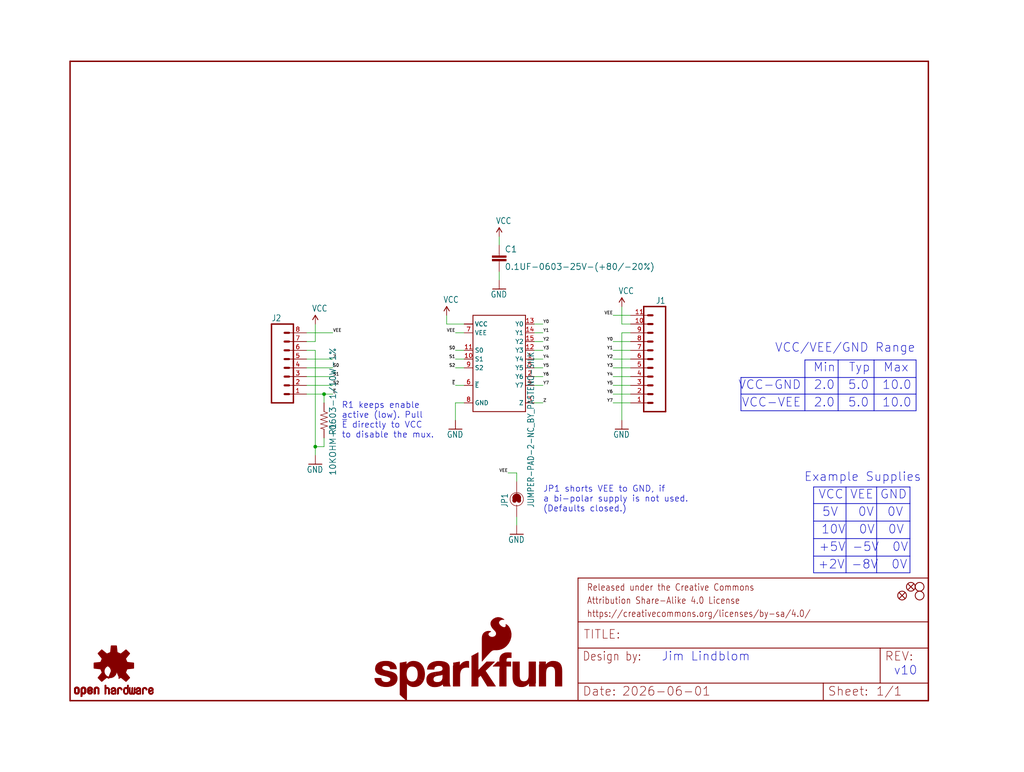
<source format=kicad_sch>
(kicad_sch (version 20230121) (generator eeschema)
  (paper "User" 297.002 223.926)
  (lib_symbols
    (symbol "working-eagle-import:0.1UF-0603-25V-(+80/-20%)"
      (property "Reference" "C" (at 1.524 2.921 0))
      (symbol "0.1UF-0603-25V-(+80/-20%)_1_0"
        (pin passive line (at 0 5.08 270) (length 2.54) (name "1") (number "1"))
        (pin passive line (at 0 -2.54 90) (length 2.54) (name "2") (number "2"))
      )
    )
    (symbol "working-eagle-import:10KOHM-0603-1/10W-1%"
      (property "Reference" "R" (at 0 1.524 0))
      (symbol "10KOHM-0603-1/10W-1%_1_0"
        (pin passive line (at -5.08 0 0) (length 2.54) (name "1") (number "1"))
        (pin passive line (at 5.08 0 180) (length 2.54) (name "2") (number "2"))
      )
    )
    (symbol "working-eagle-import:744051BQ"
      (symbol "744051BQ_1_0"
        (pin bidirectional line (at 10.16 2.54 180) (length 2.54) (name "Y4") (number "1"))
        (pin bidirectional line (at -10.16 2.54 0) (length 2.54) (name "S1") (number "10"))
        (pin bidirectional line (at -10.16 5.08 0) (length 2.54) (name "S0") (number "11"))
        (pin bidirectional line (at 10.16 5.08 180) (length 2.54) (name "Y3") (number "12"))
        (pin bidirectional line (at 10.16 12.7 180) (length 2.54) (name "Y0") (number "13"))
        (pin bidirectional line (at 10.16 10.16 180) (length 2.54) (name "Y1") (number "14"))
        (pin bidirectional line (at 10.16 7.62 180) (length 2.54) (name "Y2") (number "15"))
        (pin bidirectional line (at -10.16 12.7 0) (length 2.54) (name "VCC") (number "16"))
        (pin bidirectional line (at 10.16 -2.54 180) (length 2.54) (name "Y6") (number "2"))
        (pin bidirectional line (at 10.16 -10.16 180) (length 2.54) (name "Z") (number "3"))
        (pin bidirectional line (at 10.16 -5.08 180) (length 2.54) (name "Y7") (number "4"))
        (pin bidirectional line (at 10.16 0 180) (length 2.54) (name "Y5") (number "5"))
        (pin bidirectional line (at -10.16 -5.08 0) (length 2.54) (name "~{E}") (number "6"))
        (pin bidirectional line (at -10.16 10.16 0) (length 2.54) (name "VEE") (number "7"))
        (pin bidirectional line (at -10.16 -10.16 0) (length 2.54) (name "GND") (number "8"))
        (pin bidirectional line (at -10.16 0 0) (length 2.54) (name "S2") (number "9"))
        (pin bidirectional line (at -10.16 12.7 0) (length 2.54) (name "VCC") (number "EP"))
      )
    )
    (symbol "working-eagle-import:FIDUCIAL1X2")
    (symbol "working-eagle-import:FRAME-LETTER"
      (symbol "FRAME-LETTER_2_0"
        (text "${#}/${##}" (at 86.36 1.27 0) (effects (font (size 2.54 2.54)) (justify left bottom)))
        (text "${CURRENT_DATE}" (at 12.7 1.27 0) (effects (font (size 2.54 2.54)) (justify left bottom)))
        (text "${PROJECTNAME}" (at 15.494 17.78 0) (effects (font (size 2.7432 2.7432)) (justify left bottom)))
        (text "Attribution Share-Alike 4.0 License" (at 2.54 27.94 0) (effects (font (size 1.9304 1.6408)) (justify left bottom)))
        (text "Date:" (at 1.27 1.27 0) (effects (font (size 2.54 2.54)) (justify left bottom)))
        (text "Design by:" (at 1.27 11.43 0) (effects (font (size 2.54 2.159)) (justify left bottom)))
        (text "https://creativecommons.org/licenses/by-sa/4.0/" (at 2.54 24.13 0) (effects (font (size 1.9304 1.6408)) (justify left bottom)))
        (text "Released under the Creative Commons" (at 2.54 31.75 0) (effects (font (size 1.9304 1.6408)) (justify left bottom)))
        (text "REV:" (at 88.9 11.43 0) (effects (font (size 2.54 2.54)) (justify left bottom)))
        (text "Sheet:" (at 72.39 1.27 0) (effects (font (size 2.54 2.54)) (justify left bottom)))
        (text "TITLE:" (at 1.524 17.78 0) (effects (font (size 2.54 2.54)) (justify left bottom)))
      )
    )
    (symbol "working-eagle-import:GND" (power)
      (property "Value" "GND" (at -2.54 -2.54 0))
      (symbol "GND_1_0"
        (pin power_in line (at 0 2.54 270) (length 2.54) (name "GND") (number "1"))
      )
    )
    (symbol "working-eagle-import:JUMPER-PAD-2-NC_BY_PASTENO-SILK"
      (property "Reference" "JP" (at -2.54 2.54 0))
      (symbol "JUMPER-PAD-2-NC_BY_PASTENO-SILK_1_0"
        (pin passive line (at -5.08 0 0) (length 2.54) (name "1") (number "1"))
        (pin passive line (at 5.08 0 180) (length 2.54) (name "2") (number "2"))
      )
    )
    (symbol "working-eagle-import:M08"
      (property "Reference" "J" (at -5.08 13.462 0))
      (symbol "M08_1_0"
        (pin passive line (at 5.08 -7.62 180) (length 5.08) (name "1") (number "1"))
        (pin passive line (at 5.08 -5.08 180) (length 5.08) (name "2") (number "2"))
        (pin passive line (at 5.08 -2.54 180) (length 5.08) (name "3") (number "3"))
        (pin passive line (at 5.08 0 180) (length 5.08) (name "4") (number "4"))
        (pin passive line (at 5.08 2.54 180) (length 5.08) (name "5") (number "5"))
        (pin passive line (at 5.08 5.08 180) (length 5.08) (name "6") (number "6"))
        (pin passive line (at 5.08 7.62 180) (length 5.08) (name "7") (number "7"))
        (pin passive line (at 5.08 10.16 180) (length 5.08) (name "8") (number "8"))
      )
    )
    (symbol "working-eagle-import:M11PTH"
      (property "Reference" "J" (at 0 16.002 0))
      (symbol "M11PTH_1_0"
        (pin passive line (at 10.16 -12.7 180) (length 5.08) (name "1") (number "1"))
        (pin passive line (at 10.16 10.16 180) (length 5.08) (name "10") (number "10"))
        (pin passive line (at 10.16 12.7 180) (length 5.08) (name "11") (number "11"))
        (pin passive line (at 10.16 -10.16 180) (length 5.08) (name "2") (number "2"))
        (pin passive line (at 10.16 -7.62 180) (length 5.08) (name "3") (number "3"))
        (pin passive line (at 10.16 -5.08 180) (length 5.08) (name "4") (number "4"))
        (pin passive line (at 10.16 -2.54 180) (length 5.08) (name "5") (number "5"))
        (pin passive line (at 10.16 0 180) (length 5.08) (name "6") (number "6"))
        (pin passive line (at 10.16 2.54 180) (length 5.08) (name "7") (number "7"))
        (pin passive line (at 10.16 5.08 180) (length 5.08) (name "8") (number "8"))
        (pin passive line (at 10.16 7.62 180) (length 5.08) (name "9") (number "9"))
      )
    )
    (symbol "working-eagle-import:OSHW-LOGOMINI")
    (symbol "working-eagle-import:SFE_LOGO_FLAME.1_INCH")
    (symbol "working-eagle-import:SFE_LOGO_NAME.1_INCH")
    (symbol "working-eagle-import:STAND-OFF")
    (symbol "working-eagle-import:VCC" (power)
      (property "Value" "VCC" (at -1.016 3.556 0))
      (symbol "VCC_1_0"
        (pin power_in line (at 0 0 90) (length 2.54) (name "VCC") (number "1"))
      )
    )
  )
  (junction (at 91.44 129.54))
  (junction (at 93.98 114.3))
  (polyline (pts (xy 243.078 104.394) (xy 253.492 104.394)) (stroke (width 0.2032) (type solid)))
  (wire (pts (xy 134.62 104.14) (xy 132.08 104.14)) (stroke (width 0.1524)))
  (polyline (pts (xy 233.426 109.474) (xy 233.426 119.126)) (stroke (width 0.2032) (type solid)))
  (polyline (pts (xy 243.078 104.394) (xy 243.078 119.126)) (stroke (width 0.2032) (type solid)))
  (polyline (pts (xy 214.884 114.3) (xy 214.884 109.474)) (stroke (width 0.2032) (type solid)))
  (wire (pts (xy 88.9 114.3) (xy 93.98 114.3)) (stroke (width 0.1524)))
  (wire (pts (xy 180.34 121.92) (xy 180.34 96.52)) (stroke (width 0.1524)))
  (wire (pts (xy 91.44 129.54) (xy 91.44 132.08)) (stroke (width 0.1524)))
  (polyline (pts (xy 245.364 166.116) (xy 235.966 166.116)) (stroke (width 0.2032) (type solid)))
  (polyline (pts (xy 254.254 166.116) (xy 245.364 166.116)) (stroke (width 0.2032) (type solid)))
  (wire (pts (xy 91.44 101.6) (xy 91.44 129.54)) (stroke (width 0.1524)))
  (polyline (pts (xy 214.884 114.3) (xy 265.684 114.3)) (stroke (width 0.2032) (type solid)))
  (wire (pts (xy 88.9 109.22) (xy 96.52 109.22)) (stroke (width 0.1524)))
  (wire (pts (xy 182.88 104.14) (xy 177.8 104.14)) (stroke (width 0.1524)))
  (wire (pts (xy 154.94 111.76) (xy 157.48 111.76)) (stroke (width 0.1524)))
  (polyline (pts (xy 265.684 119.126) (xy 253.492 119.126)) (stroke (width 0.2032) (type solid)))
  (polyline (pts (xy 235.966 146.05) (xy 263.906 146.05)) (stroke (width 0.2032) (type solid)))
  (wire (pts (xy 149.86 137.16) (xy 147.32 137.16)) (stroke (width 0.1524)))
  (polyline (pts (xy 254.254 141.224) (xy 254.254 166.116)) (stroke (width 0.2032) (type solid)))
  (polyline (pts (xy 235.966 156.21) (xy 235.966 151.13)) (stroke (width 0.2032) (type solid)))
  (wire (pts (xy 134.62 106.68) (xy 132.08 106.68)) (stroke (width 0.1524)))
  (polyline (pts (xy 214.884 119.126) (xy 214.884 114.3)) (stroke (width 0.2032) (type solid)))
  (polyline (pts (xy 235.966 151.13) (xy 235.966 146.05)) (stroke (width 0.2032) (type solid)))
  (wire (pts (xy 91.44 129.54) (xy 93.98 129.54)) (stroke (width 0.1524)))
  (polyline (pts (xy 263.906 166.116) (xy 254.254 166.116)) (stroke (width 0.2032) (type solid)))
  (wire (pts (xy 154.94 104.14) (xy 157.48 104.14)) (stroke (width 0.1524)))
  (polyline (pts (xy 263.906 151.13) (xy 263.906 146.05)) (stroke (width 0.2032) (type solid)))
  (polyline (pts (xy 233.426 109.474) (xy 233.426 104.394)) (stroke (width 0.2032) (type solid)))
  (wire (pts (xy 154.94 116.84) (xy 157.48 116.84)) (stroke (width 0.1524)))
  (wire (pts (xy 88.9 106.68) (xy 96.52 106.68)) (stroke (width 0.1524)))
  (wire (pts (xy 154.94 96.52) (xy 157.48 96.52)) (stroke (width 0.1524)))
  (wire (pts (xy 182.88 101.6) (xy 177.8 101.6)) (stroke (width 0.1524)))
  (polyline (pts (xy 254.254 141.224) (xy 245.364 141.224)) (stroke (width 0.2032) (type solid)))
  (polyline (pts (xy 233.426 104.394) (xy 243.078 104.394)) (stroke (width 0.2032) (type solid)))
  (wire (pts (xy 134.62 96.52) (xy 132.08 96.52)) (stroke (width 0.1524)))
  (wire (pts (xy 154.94 109.22) (xy 157.48 109.22)) (stroke (width 0.1524)))
  (wire (pts (xy 93.98 114.3) (xy 96.52 114.3)) (stroke (width 0.1524)))
  (wire (pts (xy 149.86 152.4) (xy 149.86 149.86)) (stroke (width 0.1524)))
  (wire (pts (xy 154.94 99.06) (xy 157.48 99.06)) (stroke (width 0.1524)))
  (polyline (pts (xy 253.492 119.126) (xy 243.078 119.126)) (stroke (width 0.2032) (type solid)))
  (polyline (pts (xy 233.426 109.474) (xy 265.684 109.474)) (stroke (width 0.2032) (type solid)))
  (wire (pts (xy 144.78 81.28) (xy 144.78 78.74)) (stroke (width 0.1524)))
  (polyline (pts (xy 265.684 104.394) (xy 265.684 109.474)) (stroke (width 0.2032) (type solid)))
  (polyline (pts (xy 263.906 161.29) (xy 263.906 156.21)) (stroke (width 0.2032) (type solid)))
  (wire (pts (xy 134.62 93.98) (xy 129.54 93.98)) (stroke (width 0.1524)))
  (wire (pts (xy 132.08 116.84) (xy 132.08 121.92)) (stroke (width 0.1524)))
  (wire (pts (xy 182.88 116.84) (xy 177.8 116.84)) (stroke (width 0.1524)))
  (wire (pts (xy 144.78 68.58) (xy 144.78 71.12)) (stroke (width 0.1524)))
  (polyline (pts (xy 235.966 151.13) (xy 263.906 151.13)) (stroke (width 0.2032) (type solid)))
  (wire (pts (xy 88.9 111.76) (xy 96.52 111.76)) (stroke (width 0.1524)))
  (wire (pts (xy 134.62 111.76) (xy 132.08 111.76)) (stroke (width 0.1524)))
  (wire (pts (xy 182.88 99.06) (xy 177.8 99.06)) (stroke (width 0.1524)))
  (wire (pts (xy 93.98 129.54) (xy 93.98 127)) (stroke (width 0.1524)))
  (polyline (pts (xy 214.884 109.474) (xy 233.426 109.474)) (stroke (width 0.2032) (type solid)))
  (wire (pts (xy 149.86 139.7) (xy 149.86 137.16)) (stroke (width 0.1524)))
  (wire (pts (xy 134.62 116.84) (xy 132.08 116.84)) (stroke (width 0.1524)))
  (polyline (pts (xy 263.906 156.21) (xy 263.906 151.13)) (stroke (width 0.2032) (type solid)))
  (polyline (pts (xy 235.966 161.29) (xy 235.966 156.21)) (stroke (width 0.2032) (type solid)))
  (wire (pts (xy 182.88 109.22) (xy 177.8 109.22)) (stroke (width 0.1524)))
  (wire (pts (xy 93.98 116.84) (xy 93.98 114.3)) (stroke (width 0.1524)))
  (wire (pts (xy 91.44 99.06) (xy 91.44 93.98)) (stroke (width 0.1524)))
  (wire (pts (xy 88.9 99.06) (xy 91.44 99.06)) (stroke (width 0.1524)))
  (wire (pts (xy 129.54 93.98) (xy 129.54 91.44)) (stroke (width 0.1524)))
  (polyline (pts (xy 245.364 141.224) (xy 245.364 166.116)) (stroke (width 0.2032) (type solid)))
  (wire (pts (xy 88.9 104.14) (xy 96.52 104.14)) (stroke (width 0.1524)))
  (polyline (pts (xy 235.966 166.116) (xy 235.966 161.29)) (stroke (width 0.2032) (type solid)))
  (polyline (pts (xy 235.966 146.05) (xy 235.966 141.224)) (stroke (width 0.2032) (type solid)))
  (polyline (pts (xy 235.966 161.29) (xy 263.906 161.29)) (stroke (width 0.2032) (type solid)))
  (polyline (pts (xy 263.906 141.224) (xy 254.254 141.224)) (stroke (width 0.2032) (type solid)))
  (wire (pts (xy 182.88 96.52) (xy 180.34 96.52)) (stroke (width 0.1524)))
  (wire (pts (xy 88.9 101.6) (xy 91.44 101.6)) (stroke (width 0.1524)))
  (wire (pts (xy 180.34 93.98) (xy 180.34 88.9)) (stroke (width 0.1524)))
  (wire (pts (xy 182.88 91.44) (xy 177.8 91.44)) (stroke (width 0.1524)))
  (polyline (pts (xy 263.906 146.05) (xy 263.906 141.224)) (stroke (width 0.2032) (type solid)))
  (wire (pts (xy 154.94 101.6) (xy 157.48 101.6)) (stroke (width 0.1524)))
  (wire (pts (xy 182.88 93.98) (xy 180.34 93.98)) (stroke (width 0.1524)))
  (wire (pts (xy 182.88 114.3) (xy 177.8 114.3)) (stroke (width 0.1524)))
  (polyline (pts (xy 253.492 104.394) (xy 265.684 104.394)) (stroke (width 0.2032) (type solid)))
  (wire (pts (xy 154.94 106.68) (xy 157.48 106.68)) (stroke (width 0.1524)))
  (polyline (pts (xy 263.906 166.116) (xy 263.906 161.29)) (stroke (width 0.2032) (type solid)))
  (polyline (pts (xy 233.426 119.126) (xy 214.884 119.126)) (stroke (width 0.2032) (type solid)))
  (polyline (pts (xy 235.966 156.21) (xy 263.906 156.21)) (stroke (width 0.2032) (type solid)))
  (polyline (pts (xy 253.492 104.394) (xy 253.492 119.126)) (stroke (width 0.2032) (type solid)))
  (polyline (pts (xy 245.364 141.224) (xy 235.966 141.224)) (stroke (width 0.2032) (type solid)))
  (wire (pts (xy 182.88 106.68) (xy 177.8 106.68)) (stroke (width 0.1524)))
  (polyline (pts (xy 265.684 109.474) (xy 265.684 114.3)) (stroke (width 0.2032) (type solid)))
  (wire (pts (xy 154.94 93.98) (xy 157.48 93.98)) (stroke (width 0.1524)))
  (wire (pts (xy 88.9 96.52) (xy 96.52 96.52)) (stroke (width 0.1524)))
  (polyline (pts (xy 243.078 119.126) (xy 233.426 119.126)) (stroke (width 0.2032) (type solid)))
  (wire (pts (xy 134.62 101.6) (xy 132.08 101.6)) (stroke (width 0.1524)))
  (polyline (pts (xy 265.684 114.3) (xy 265.684 119.126)) (stroke (width 0.2032) (type solid)))
  (wire (pts (xy 182.88 111.76) (xy 177.8 111.76)) (stroke (width 0.1524)))
  (text "2.0  5.0  10.0" (at 250.19 116.84 0) (effects (font (size 2.54 2.54))))
  (text "R1 keeps enable\nactive (low). Pull\n~{E} directly to VCC\nto disable the mux." (at 99.06 121.92 0) (effects (font (size 1.778 1.778)) (justify left)))
  (text "10V  0V  0V" (at 250.19 153.67 0) (effects (font (size 2.54 2.54))))
  (text "Min  Typ  Max" (at 249.682 106.68 0) (effects (font (size 2.54 2.54))))
  (text "v10" (at 262.636 194.564 0) (effects (font (size 2.54 2.54))))
  (text "+5V -5V  0V" (at 250.444 158.75 0) (effects (font (size 2.54 2.54))))
  (text "+2V -8V  0V" (at 250.19 163.83 0) (effects (font (size 2.54 2.54))))
  (text "5V   0V  0V" (at 250.19 148.59 0) (effects (font (size 2.54 2.54))))
  (text "VCC-GND" (at 232.41 111.76 0) (effects (font (size 2.54 2.54)) (justify right)))
  (text "VCC VEE GND" (at 250.19 143.51 0) (effects (font (size 2.54 2.54))))
  (text "JP1 shorts VEE to GND, if\na bi-polar supply is not used.\n(Defaults closed.)" (at 157.48 144.78 0) (effects (font (size 1.778 1.778)) (justify left)))
  (text "Jim Lindblom" (at 204.724 190.5 0) (effects (font (size 2.54 2.54))))
  (text "VCC-VEE" (at 232.41 116.84 0) (effects (font (size 2.54 2.54)) (justify right)))
  (text "Example Supplies" (at 250.19 138.43 0) (effects (font (size 2.54 2.54))))
  (text "2.0  5.0  10.0" (at 250.19 111.76 0) (effects (font (size 2.54 2.54))))
  (text "VCC/VEE/GND Range" (at 245.11 100.965 0) (effects (font (size 2.54 2.54))))
  (label "S2" (at 96.52 111.76 0) (effects (font (size 0.889 0.889))))
  (label "Y3" (at 157.48 101.6 0) (effects (font (size 0.889 0.889))))
  (label "~{E}" (at 96.52 114.3 0) (effects (font (size 0.889 0.889))))
  (label "Y0" (at 157.48 93.98 0) (effects (font (size 0.889 0.889))))
  (label "VEE" (at 96.52 96.52 0) (effects (font (size 0.889 0.889))))
  (label "VEE" (at 177.8 91.44 180) (effects (font (size 0.889 0.889))))
  (label "Y4" (at 177.8 109.22 180) (effects (font (size 0.889 0.889))))
  (label "Y7" (at 177.8 116.84 180) (effects (font (size 0.889 0.889))))
  (label "Y4" (at 157.48 104.14 0) (effects (font (size 0.889 0.889))))
  (label "VEE" (at 147.32 137.16 180) (effects (font (size 0.889 0.889))))
  (label "Y1" (at 177.8 101.6 180) (effects (font (size 0.889 0.889))))
  (label "Y6" (at 177.8 114.3 180) (effects (font (size 0.889 0.889))))
  (label "S1" (at 96.52 109.22 0) (effects (font (size 0.889 0.889))))
  (label "S0" (at 132.08 101.6 180) (effects (font (size 0.889 0.889))))
  (label "Y6" (at 157.48 109.22 0) (effects (font (size 0.889 0.889))))
  (label "Y7" (at 157.48 111.76 0) (effects (font (size 0.889 0.889))))
  (label "Y1" (at 157.48 96.52 0) (effects (font (size 0.889 0.889))))
  (label "VEE" (at 132.08 96.52 180) (effects (font (size 0.889 0.889))))
  (label "Y3" (at 177.8 106.68 180) (effects (font (size 0.889 0.889))))
  (label "Y5" (at 177.8 111.76 180) (effects (font (size 0.889 0.889))))
  (label "Y5" (at 157.48 106.68 0) (effects (font (size 0.889 0.889))))
  (label "S0" (at 96.52 106.68 0) (effects (font (size 0.889 0.889))))
  (label "Z" (at 157.48 116.84 0) (effects (font (size 0.889 0.889))))
  (label "Y0" (at 177.8 99.06 180) (effects (font (size 0.889 0.889))))
  (label "Z" (at 96.52 104.14 0) (effects (font (size 0.889 0.889))))
  (label "Y2" (at 157.48 99.06 0) (effects (font (size 0.889 0.889))))
  (label "~{E}" (at 132.08 111.76 180) (effects (font (size 0.889 0.889))))
  (label "S1" (at 132.08 104.14 180) (effects (font (size 0.889 0.889))))
  (label "S2" (at 132.08 106.68 180) (effects (font (size 0.889 0.889))))
  (label "Y2" (at 177.8 104.14 180) (effects (font (size 0.889 0.889))))
  (symbol (lib_id "working-eagle-import:M11PTH") (at 193.04 104.14 0) (mirror y) (unit 1)
    (property "Reference" "J1" (at 193.04 88.138 0) (effects (font (size 1.778 1.5113)) (justify left bottom)))
    (property "Value" "M11PTH" (effects hide))
    (property "Footprint" "working:1X11" (effects hide))
  )
  (symbol (lib_id "working-eagle-import:FRAME-LETTER") (at 20.32 203.2 0) (unit 1)
    (property "Reference" "FRAME1" (effects hide))
    (property "Value" "FRAME-LETTER" (effects hide))
    (property "Footprint" "working:CREATIVE_COMMONS" (effects hide))
  )
  (symbol (lib_id "working-eagle-import:744051BQ") (at 144.78 106.68 0) (unit 1)
    (property "Reference" "U1" (effects hide))
    (property "Value" "744051BQ" (effects hide))
    (property "Footprint" "working:DHVQFN-16-2.5X3.5MM" (effects hide))
  )
  (symbol (lib_id "working-eagle-import:VCC") (at 91.44 93.98 0) (unit 1)
    (property "Reference" "#SUPPLY4" (effects hide))
    (property "Value" "VCC" (at 90.424 90.424 0) (effects (font (size 1.778 1.5113)) (justify left bottom)))
  )
  (symbol (lib_id "working-eagle-import:FIDUCIAL1X2") (at 261.62 172.72 0) (unit 1)
    (property "Reference" "FD2" (effects hide))
    (property "Value" "FIDUCIAL1X2" (effects hide))
    (property "Footprint" "working:FIDUCIAL-1X2" (effects hide))
  )
  (symbol (lib_id "working-eagle-import:OSHW-LOGOMINI") (at 33.02 193.04 0) (unit 1)
    (property "Reference" "LOGO2" (effects hide))
    (property "Value" "OSHW-LOGOMINI" (effects hide))
    (property "Footprint" "working:OSHW-LOGO-MINI" (effects hide))
  )
  (symbol (lib_id "working-eagle-import:0.1UF-0603-25V-(+80/-20%)") (at 144.78 76.2 0) (unit 1)
    (property "Reference" "C1" (at 146.304 73.279 0) (effects (font (size 1.778 1.778)) (justify left bottom)))
    (property "Value" "0.1UF-0603-25V-(+80/-20%)" (at 146.304 78.359 0) (effects (font (size 1.778 1.778)) (justify left bottom)))
    (property "Footprint" "working:0603" (effects hide))
  )
  (symbol (lib_id "working-eagle-import:SFE_LOGO_FLAME.1_INCH") (at 139.446 192.278 0) (unit 1)
    (property "Reference" "LOGO1" (effects hide))
    (property "Value" "SFE_LOGO_FLAME.1_INCH" (effects hide))
    (property "Footprint" "working:SFE_LOGO_FLAME_.1" (effects hide))
  )
  (symbol (lib_id "working-eagle-import:FRAME-LETTER") (at 167.64 203.2 0) (unit 2)
    (property "Reference" "FRAME1" (effects hide))
    (property "Value" "FRAME-LETTER" (effects hide))
    (property "Footprint" "working:CREATIVE_COMMONS" (effects hide))
  )
  (symbol (lib_id "working-eagle-import:GND") (at 149.86 154.94 0) (unit 1)
    (property "Reference" "#GND6" (effects hide))
    (property "Value" "GND" (at 147.32 157.48 0) (effects (font (size 1.778 1.5113)) (justify left bottom)))
  )
  (symbol (lib_id "working-eagle-import:VCC") (at 129.54 91.44 0) (unit 1)
    (property "Reference" "#SUPPLY3" (effects hide))
    (property "Value" "VCC" (at 128.524 87.884 0) (effects (font (size 1.778 1.5113)) (justify left bottom)))
  )
  (symbol (lib_id "working-eagle-import:VCC") (at 180.34 88.9 0) (unit 1)
    (property "Reference" "#SUPPLY2" (effects hide))
    (property "Value" "VCC" (at 179.324 85.344 0) (effects (font (size 1.778 1.5113)) (justify left bottom)))
  )
  (symbol (lib_id "working-eagle-import:M08") (at 83.82 106.68 0) (unit 1)
    (property "Reference" "J2" (at 78.74 93.218 0) (effects (font (size 1.778 1.5113)) (justify left bottom)))
    (property "Value" "M08" (effects hide))
    (property "Footprint" "working:1X08_ROUND" (effects hide))
  )
  (symbol (lib_id "working-eagle-import:STAND-OFF") (at 266.7 172.72 0) (unit 1)
    (property "Reference" "H2" (effects hide))
    (property "Value" "STAND-OFF" (effects hide))
    (property "Footprint" "working:STAND-OFF" (effects hide))
  )
  (symbol (lib_id "working-eagle-import:GND") (at 144.78 83.82 0) (unit 1)
    (property "Reference" "#GND1" (effects hide))
    (property "Value" "GND" (at 142.24 86.36 0) (effects (font (size 1.778 1.5113)) (justify left bottom)))
  )
  (symbol (lib_id "working-eagle-import:JUMPER-PAD-2-NC_BY_PASTENO-SILK") (at 149.86 144.78 90) (unit 1)
    (property "Reference" "JP1" (at 147.32 147.32 0) (effects (font (size 1.778 1.5113)) (justify left bottom)))
    (property "Value" "JUMPER-PAD-2-NC_BY_PASTENO-SILK" (at 154.94 147.32 0) (effects (font (size 1.778 1.5113)) (justify left bottom)))
    (property "Footprint" "working:PAD-JUMPER-2-NC_BY_PASTE_NO_SILK" (effects hide))
  )
  (symbol (lib_id "working-eagle-import:GND") (at 180.34 124.46 0) (unit 1)
    (property "Reference" "#GND3" (effects hide))
    (property "Value" "GND" (at 177.8 127 0) (effects (font (size 1.778 1.5113)) (justify left bottom)))
  )
  (symbol (lib_id "working-eagle-import:SFE_LOGO_NAME.1_INCH") (at 106.68 203.2 0) (unit 1)
    (property "Reference" "LOGO3" (effects hide))
    (property "Value" "SFE_LOGO_NAME.1_INCH" (effects hide))
    (property "Footprint" "working:SFE_LOGO_NAME_.1" (effects hide))
  )
  (symbol (lib_id "working-eagle-import:FIDUCIAL1X2") (at 264.16 170.18 0) (unit 1)
    (property "Reference" "FD1" (effects hide))
    (property "Value" "FIDUCIAL1X2" (effects hide))
    (property "Footprint" "working:FIDUCIAL-1X2" (effects hide))
  )
  (symbol (lib_id "working-eagle-import:10KOHM-0603-1/10W-1%") (at 93.98 121.92 270) (unit 1)
    (property "Reference" "R1" (at 95.504 124.46 0) (effects (font (size 1.778 1.778)) (justify bottom)))
    (property "Value" "10KOHM-0603-1/10W-1%" (at 95.504 119.38 0) (effects (font (size 1.778 1.778)) (justify bottom)))
    (property "Footprint" "working:0603" (effects hide))
  )
  (symbol (lib_id "working-eagle-import:VCC") (at 144.78 68.58 0) (unit 1)
    (property "Reference" "#SUPPLY1" (effects hide))
    (property "Value" "VCC" (at 143.764 65.024 0) (effects (font (size 1.778 1.5113)) (justify left bottom)))
  )
  (symbol (lib_id "working-eagle-import:GND") (at 132.08 124.46 0) (unit 1)
    (property "Reference" "#GND2" (effects hide))
    (property "Value" "GND" (at 129.54 127 0) (effects (font (size 1.778 1.5113)) (justify left bottom)))
  )
  (symbol (lib_id "working-eagle-import:GND") (at 91.44 134.62 0) (unit 1)
    (property "Reference" "#GND4" (effects hide))
    (property "Value" "GND" (at 88.9 137.16 0) (effects (font (size 1.778 1.5113)) (justify left bottom)))
  )
  (symbol (lib_id "working-eagle-import:STAND-OFF") (at 266.7 170.18 0) (unit 1)
    (property "Reference" "H1" (effects hide))
    (property "Value" "STAND-OFF" (effects hide))
    (property "Footprint" "working:STAND-OFF" (effects hide))
  )
)
</source>
